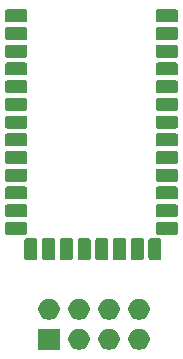
<source format=gbr>
G04 #@! TF.GenerationSoftware,KiCad,Pcbnew,(5.1.5)-3*
G04 #@! TF.CreationDate,2021-06-10T12:01:20+03:00*
G04 #@! TF.ProjectId,CNC3018Bluetooth,434e4333-3031-4384-926c-7565746f6f74,rev?*
G04 #@! TF.SameCoordinates,Original*
G04 #@! TF.FileFunction,Soldermask,Top*
G04 #@! TF.FilePolarity,Negative*
%FSLAX46Y46*%
G04 Gerber Fmt 4.6, Leading zero omitted, Abs format (unit mm)*
G04 Created by KiCad (PCBNEW (5.1.5)-3) date 2021-06-10 12:01:20*
%MOMM*%
%LPD*%
G04 APERTURE LIST*
%ADD10C,0.100000*%
G04 APERTURE END LIST*
D10*
G36*
X133743000Y-126758000D02*
G01*
X131941000Y-126758000D01*
X131941000Y-124956000D01*
X133743000Y-124956000D01*
X133743000Y-126758000D01*
G37*
G36*
X138035512Y-124960927D02*
G01*
X138184812Y-124990624D01*
X138348784Y-125058544D01*
X138496354Y-125157147D01*
X138621853Y-125282646D01*
X138720456Y-125430216D01*
X138788376Y-125594188D01*
X138823000Y-125768259D01*
X138823000Y-125945741D01*
X138788376Y-126119812D01*
X138720456Y-126283784D01*
X138621853Y-126431354D01*
X138496354Y-126556853D01*
X138348784Y-126655456D01*
X138184812Y-126723376D01*
X138035512Y-126753073D01*
X138010742Y-126758000D01*
X137833258Y-126758000D01*
X137808488Y-126753073D01*
X137659188Y-126723376D01*
X137495216Y-126655456D01*
X137347646Y-126556853D01*
X137222147Y-126431354D01*
X137123544Y-126283784D01*
X137055624Y-126119812D01*
X137021000Y-125945741D01*
X137021000Y-125768259D01*
X137055624Y-125594188D01*
X137123544Y-125430216D01*
X137222147Y-125282646D01*
X137347646Y-125157147D01*
X137495216Y-125058544D01*
X137659188Y-124990624D01*
X137808488Y-124960927D01*
X137833258Y-124956000D01*
X138010742Y-124956000D01*
X138035512Y-124960927D01*
G37*
G36*
X140575512Y-124960927D02*
G01*
X140724812Y-124990624D01*
X140888784Y-125058544D01*
X141036354Y-125157147D01*
X141161853Y-125282646D01*
X141260456Y-125430216D01*
X141328376Y-125594188D01*
X141363000Y-125768259D01*
X141363000Y-125945741D01*
X141328376Y-126119812D01*
X141260456Y-126283784D01*
X141161853Y-126431354D01*
X141036354Y-126556853D01*
X140888784Y-126655456D01*
X140724812Y-126723376D01*
X140575512Y-126753073D01*
X140550742Y-126758000D01*
X140373258Y-126758000D01*
X140348488Y-126753073D01*
X140199188Y-126723376D01*
X140035216Y-126655456D01*
X139887646Y-126556853D01*
X139762147Y-126431354D01*
X139663544Y-126283784D01*
X139595624Y-126119812D01*
X139561000Y-125945741D01*
X139561000Y-125768259D01*
X139595624Y-125594188D01*
X139663544Y-125430216D01*
X139762147Y-125282646D01*
X139887646Y-125157147D01*
X140035216Y-125058544D01*
X140199188Y-124990624D01*
X140348488Y-124960927D01*
X140373258Y-124956000D01*
X140550742Y-124956000D01*
X140575512Y-124960927D01*
G37*
G36*
X135495512Y-124960927D02*
G01*
X135644812Y-124990624D01*
X135808784Y-125058544D01*
X135956354Y-125157147D01*
X136081853Y-125282646D01*
X136180456Y-125430216D01*
X136248376Y-125594188D01*
X136283000Y-125768259D01*
X136283000Y-125945741D01*
X136248376Y-126119812D01*
X136180456Y-126283784D01*
X136081853Y-126431354D01*
X135956354Y-126556853D01*
X135808784Y-126655456D01*
X135644812Y-126723376D01*
X135495512Y-126753073D01*
X135470742Y-126758000D01*
X135293258Y-126758000D01*
X135268488Y-126753073D01*
X135119188Y-126723376D01*
X134955216Y-126655456D01*
X134807646Y-126556853D01*
X134682147Y-126431354D01*
X134583544Y-126283784D01*
X134515624Y-126119812D01*
X134481000Y-125945741D01*
X134481000Y-125768259D01*
X134515624Y-125594188D01*
X134583544Y-125430216D01*
X134682147Y-125282646D01*
X134807646Y-125157147D01*
X134955216Y-125058544D01*
X135119188Y-124990624D01*
X135268488Y-124960927D01*
X135293258Y-124956000D01*
X135470742Y-124956000D01*
X135495512Y-124960927D01*
G37*
G36*
X135495512Y-122420927D02*
G01*
X135644812Y-122450624D01*
X135808784Y-122518544D01*
X135956354Y-122617147D01*
X136081853Y-122742646D01*
X136180456Y-122890216D01*
X136248376Y-123054188D01*
X136283000Y-123228259D01*
X136283000Y-123405741D01*
X136248376Y-123579812D01*
X136180456Y-123743784D01*
X136081853Y-123891354D01*
X135956354Y-124016853D01*
X135808784Y-124115456D01*
X135644812Y-124183376D01*
X135495512Y-124213073D01*
X135470742Y-124218000D01*
X135293258Y-124218000D01*
X135268488Y-124213073D01*
X135119188Y-124183376D01*
X134955216Y-124115456D01*
X134807646Y-124016853D01*
X134682147Y-123891354D01*
X134583544Y-123743784D01*
X134515624Y-123579812D01*
X134481000Y-123405741D01*
X134481000Y-123228259D01*
X134515624Y-123054188D01*
X134583544Y-122890216D01*
X134682147Y-122742646D01*
X134807646Y-122617147D01*
X134955216Y-122518544D01*
X135119188Y-122450624D01*
X135268488Y-122420927D01*
X135293258Y-122416000D01*
X135470742Y-122416000D01*
X135495512Y-122420927D01*
G37*
G36*
X132955512Y-122420927D02*
G01*
X133104812Y-122450624D01*
X133268784Y-122518544D01*
X133416354Y-122617147D01*
X133541853Y-122742646D01*
X133640456Y-122890216D01*
X133708376Y-123054188D01*
X133743000Y-123228259D01*
X133743000Y-123405741D01*
X133708376Y-123579812D01*
X133640456Y-123743784D01*
X133541853Y-123891354D01*
X133416354Y-124016853D01*
X133268784Y-124115456D01*
X133104812Y-124183376D01*
X132955512Y-124213073D01*
X132930742Y-124218000D01*
X132753258Y-124218000D01*
X132728488Y-124213073D01*
X132579188Y-124183376D01*
X132415216Y-124115456D01*
X132267646Y-124016853D01*
X132142147Y-123891354D01*
X132043544Y-123743784D01*
X131975624Y-123579812D01*
X131941000Y-123405741D01*
X131941000Y-123228259D01*
X131975624Y-123054188D01*
X132043544Y-122890216D01*
X132142147Y-122742646D01*
X132267646Y-122617147D01*
X132415216Y-122518544D01*
X132579188Y-122450624D01*
X132728488Y-122420927D01*
X132753258Y-122416000D01*
X132930742Y-122416000D01*
X132955512Y-122420927D01*
G37*
G36*
X138035512Y-122420927D02*
G01*
X138184812Y-122450624D01*
X138348784Y-122518544D01*
X138496354Y-122617147D01*
X138621853Y-122742646D01*
X138720456Y-122890216D01*
X138788376Y-123054188D01*
X138823000Y-123228259D01*
X138823000Y-123405741D01*
X138788376Y-123579812D01*
X138720456Y-123743784D01*
X138621853Y-123891354D01*
X138496354Y-124016853D01*
X138348784Y-124115456D01*
X138184812Y-124183376D01*
X138035512Y-124213073D01*
X138010742Y-124218000D01*
X137833258Y-124218000D01*
X137808488Y-124213073D01*
X137659188Y-124183376D01*
X137495216Y-124115456D01*
X137347646Y-124016853D01*
X137222147Y-123891354D01*
X137123544Y-123743784D01*
X137055624Y-123579812D01*
X137021000Y-123405741D01*
X137021000Y-123228259D01*
X137055624Y-123054188D01*
X137123544Y-122890216D01*
X137222147Y-122742646D01*
X137347646Y-122617147D01*
X137495216Y-122518544D01*
X137659188Y-122450624D01*
X137808488Y-122420927D01*
X137833258Y-122416000D01*
X138010742Y-122416000D01*
X138035512Y-122420927D01*
G37*
G36*
X140575512Y-122420927D02*
G01*
X140724812Y-122450624D01*
X140888784Y-122518544D01*
X141036354Y-122617147D01*
X141161853Y-122742646D01*
X141260456Y-122890216D01*
X141328376Y-123054188D01*
X141363000Y-123228259D01*
X141363000Y-123405741D01*
X141328376Y-123579812D01*
X141260456Y-123743784D01*
X141161853Y-123891354D01*
X141036354Y-124016853D01*
X140888784Y-124115456D01*
X140724812Y-124183376D01*
X140575512Y-124213073D01*
X140550742Y-124218000D01*
X140373258Y-124218000D01*
X140348488Y-124213073D01*
X140199188Y-124183376D01*
X140035216Y-124115456D01*
X139887646Y-124016853D01*
X139762147Y-123891354D01*
X139663544Y-123743784D01*
X139595624Y-123579812D01*
X139561000Y-123405741D01*
X139561000Y-123228259D01*
X139595624Y-123054188D01*
X139663544Y-122890216D01*
X139762147Y-122742646D01*
X139887646Y-122617147D01*
X140035216Y-122518544D01*
X140199188Y-122450624D01*
X140348488Y-122420927D01*
X140373258Y-122416000D01*
X140550742Y-122416000D01*
X140575512Y-122420927D01*
G37*
G36*
X137688434Y-117276687D02*
G01*
X137728284Y-117288775D01*
X137764999Y-117308400D01*
X137797186Y-117334815D01*
X137823601Y-117367002D01*
X137843226Y-117403717D01*
X137855314Y-117443567D01*
X137860000Y-117491142D01*
X137860000Y-118954860D01*
X137855314Y-119002435D01*
X137843226Y-119042285D01*
X137823601Y-119079000D01*
X137797186Y-119111187D01*
X137764999Y-119137602D01*
X137728284Y-119157227D01*
X137688434Y-119169315D01*
X137640859Y-119174001D01*
X136977141Y-119174001D01*
X136929566Y-119169315D01*
X136889716Y-119157227D01*
X136853001Y-119137602D01*
X136820814Y-119111187D01*
X136794399Y-119079000D01*
X136774774Y-119042285D01*
X136762686Y-119002435D01*
X136758000Y-118954860D01*
X136758000Y-117491142D01*
X136762686Y-117443567D01*
X136774774Y-117403717D01*
X136794399Y-117367002D01*
X136820814Y-117334815D01*
X136853001Y-117308400D01*
X136889716Y-117288775D01*
X136929566Y-117276687D01*
X136977141Y-117272001D01*
X137640859Y-117272001D01*
X137688434Y-117276687D01*
G37*
G36*
X133188434Y-117276687D02*
G01*
X133228284Y-117288775D01*
X133264999Y-117308400D01*
X133297186Y-117334815D01*
X133323601Y-117367002D01*
X133343226Y-117403717D01*
X133355314Y-117443567D01*
X133360000Y-117491142D01*
X133360000Y-118954860D01*
X133355314Y-119002435D01*
X133343226Y-119042285D01*
X133323601Y-119079000D01*
X133297186Y-119111187D01*
X133264999Y-119137602D01*
X133228284Y-119157227D01*
X133188434Y-119169315D01*
X133140859Y-119174001D01*
X132477141Y-119174001D01*
X132429566Y-119169315D01*
X132389716Y-119157227D01*
X132353001Y-119137602D01*
X132320814Y-119111187D01*
X132294399Y-119079000D01*
X132274774Y-119042285D01*
X132262686Y-119002435D01*
X132258000Y-118954860D01*
X132258000Y-117491142D01*
X132262686Y-117443567D01*
X132274774Y-117403717D01*
X132294399Y-117367002D01*
X132320814Y-117334815D01*
X132353001Y-117308400D01*
X132389716Y-117288775D01*
X132429566Y-117276687D01*
X132477141Y-117272001D01*
X133140859Y-117272001D01*
X133188434Y-117276687D01*
G37*
G36*
X134688434Y-117276687D02*
G01*
X134728284Y-117288775D01*
X134764999Y-117308400D01*
X134797186Y-117334815D01*
X134823601Y-117367002D01*
X134843226Y-117403717D01*
X134855314Y-117443567D01*
X134860000Y-117491142D01*
X134860000Y-118954860D01*
X134855314Y-119002435D01*
X134843226Y-119042285D01*
X134823601Y-119079000D01*
X134797186Y-119111187D01*
X134764999Y-119137602D01*
X134728284Y-119157227D01*
X134688434Y-119169315D01*
X134640859Y-119174001D01*
X133977141Y-119174001D01*
X133929566Y-119169315D01*
X133889716Y-119157227D01*
X133853001Y-119137602D01*
X133820814Y-119111187D01*
X133794399Y-119079000D01*
X133774774Y-119042285D01*
X133762686Y-119002435D01*
X133758000Y-118954860D01*
X133758000Y-117491142D01*
X133762686Y-117443567D01*
X133774774Y-117403717D01*
X133794399Y-117367002D01*
X133820814Y-117334815D01*
X133853001Y-117308400D01*
X133889716Y-117288775D01*
X133929566Y-117276687D01*
X133977141Y-117272001D01*
X134640859Y-117272001D01*
X134688434Y-117276687D01*
G37*
G36*
X136188434Y-117276687D02*
G01*
X136228284Y-117288775D01*
X136264999Y-117308400D01*
X136297186Y-117334815D01*
X136323601Y-117367002D01*
X136343226Y-117403717D01*
X136355314Y-117443567D01*
X136360000Y-117491142D01*
X136360000Y-118954860D01*
X136355314Y-119002435D01*
X136343226Y-119042285D01*
X136323601Y-119079000D01*
X136297186Y-119111187D01*
X136264999Y-119137602D01*
X136228284Y-119157227D01*
X136188434Y-119169315D01*
X136140859Y-119174001D01*
X135477141Y-119174001D01*
X135429566Y-119169315D01*
X135389716Y-119157227D01*
X135353001Y-119137602D01*
X135320814Y-119111187D01*
X135294399Y-119079000D01*
X135274774Y-119042285D01*
X135262686Y-119002435D01*
X135258000Y-118954860D01*
X135258000Y-117491142D01*
X135262686Y-117443567D01*
X135274774Y-117403717D01*
X135294399Y-117367002D01*
X135320814Y-117334815D01*
X135353001Y-117308400D01*
X135389716Y-117288775D01*
X135429566Y-117276687D01*
X135477141Y-117272001D01*
X136140859Y-117272001D01*
X136188434Y-117276687D01*
G37*
G36*
X139188434Y-117276687D02*
G01*
X139228284Y-117288775D01*
X139264999Y-117308400D01*
X139297186Y-117334815D01*
X139323601Y-117367002D01*
X139343226Y-117403717D01*
X139355314Y-117443567D01*
X139360000Y-117491142D01*
X139360000Y-118954860D01*
X139355314Y-119002435D01*
X139343226Y-119042285D01*
X139323601Y-119079000D01*
X139297186Y-119111187D01*
X139264999Y-119137602D01*
X139228284Y-119157227D01*
X139188434Y-119169315D01*
X139140859Y-119174001D01*
X138477141Y-119174001D01*
X138429566Y-119169315D01*
X138389716Y-119157227D01*
X138353001Y-119137602D01*
X138320814Y-119111187D01*
X138294399Y-119079000D01*
X138274774Y-119042285D01*
X138262686Y-119002435D01*
X138258000Y-118954860D01*
X138258000Y-117491142D01*
X138262686Y-117443567D01*
X138274774Y-117403717D01*
X138294399Y-117367002D01*
X138320814Y-117334815D01*
X138353001Y-117308400D01*
X138389716Y-117288775D01*
X138429566Y-117276687D01*
X138477141Y-117272001D01*
X139140859Y-117272001D01*
X139188434Y-117276687D01*
G37*
G36*
X140688434Y-117276687D02*
G01*
X140728284Y-117288775D01*
X140764999Y-117308400D01*
X140797186Y-117334815D01*
X140823601Y-117367002D01*
X140843226Y-117403717D01*
X140855314Y-117443567D01*
X140860000Y-117491142D01*
X140860000Y-118954860D01*
X140855314Y-119002435D01*
X140843226Y-119042285D01*
X140823601Y-119079000D01*
X140797186Y-119111187D01*
X140764999Y-119137602D01*
X140728284Y-119157227D01*
X140688434Y-119169315D01*
X140640859Y-119174001D01*
X139977141Y-119174001D01*
X139929566Y-119169315D01*
X139889716Y-119157227D01*
X139853001Y-119137602D01*
X139820814Y-119111187D01*
X139794399Y-119079000D01*
X139774774Y-119042285D01*
X139762686Y-119002435D01*
X139758000Y-118954860D01*
X139758000Y-117491142D01*
X139762686Y-117443567D01*
X139774774Y-117403717D01*
X139794399Y-117367002D01*
X139820814Y-117334815D01*
X139853001Y-117308400D01*
X139889716Y-117288775D01*
X139929566Y-117276687D01*
X139977141Y-117272001D01*
X140640859Y-117272001D01*
X140688434Y-117276687D01*
G37*
G36*
X131688434Y-117276687D02*
G01*
X131728284Y-117288775D01*
X131764999Y-117308400D01*
X131797186Y-117334815D01*
X131823601Y-117367002D01*
X131843226Y-117403717D01*
X131855314Y-117443567D01*
X131860000Y-117491142D01*
X131860000Y-118954860D01*
X131855314Y-119002435D01*
X131843226Y-119042285D01*
X131823601Y-119079000D01*
X131797186Y-119111187D01*
X131764999Y-119137602D01*
X131728284Y-119157227D01*
X131688434Y-119169315D01*
X131640859Y-119174001D01*
X130977141Y-119174001D01*
X130929566Y-119169315D01*
X130889716Y-119157227D01*
X130853001Y-119137602D01*
X130820814Y-119111187D01*
X130794399Y-119079000D01*
X130774774Y-119042285D01*
X130762686Y-119002435D01*
X130758000Y-118954860D01*
X130758000Y-117491142D01*
X130762686Y-117443567D01*
X130774774Y-117403717D01*
X130794399Y-117367002D01*
X130820814Y-117334815D01*
X130853001Y-117308400D01*
X130889716Y-117288775D01*
X130929566Y-117276687D01*
X130977141Y-117272001D01*
X131640859Y-117272001D01*
X131688434Y-117276687D01*
G37*
G36*
X142119450Y-117264484D02*
G01*
X142155032Y-117273397D01*
X142188434Y-117276687D01*
X142228284Y-117288775D01*
X142264999Y-117308400D01*
X142297186Y-117334815D01*
X142323601Y-117367002D01*
X142343226Y-117403717D01*
X142355314Y-117443567D01*
X142360000Y-117491142D01*
X142360000Y-118954860D01*
X142355314Y-119002435D01*
X142343226Y-119042285D01*
X142323601Y-119079000D01*
X142297186Y-119111187D01*
X142264999Y-119137602D01*
X142228284Y-119157227D01*
X142188434Y-119169315D01*
X142140859Y-119174001D01*
X141477141Y-119174001D01*
X141429566Y-119169315D01*
X141389716Y-119157227D01*
X141353001Y-119137602D01*
X141320814Y-119111187D01*
X141294399Y-119079000D01*
X141274774Y-119042285D01*
X141262686Y-119002435D01*
X141258000Y-118954860D01*
X141258000Y-117491142D01*
X141262686Y-117443567D01*
X141274774Y-117403717D01*
X141294399Y-117367002D01*
X141320814Y-117334815D01*
X141353001Y-117308400D01*
X141389716Y-117288775D01*
X141429566Y-117276687D01*
X141477141Y-117272001D01*
X142050715Y-117272001D01*
X142075101Y-117269599D01*
X142098550Y-117262486D01*
X142107131Y-117257900D01*
X142119450Y-117264484D01*
G37*
G36*
X143588434Y-115926687D02*
G01*
X143628284Y-115938775D01*
X143664999Y-115958400D01*
X143697186Y-115984815D01*
X143723601Y-116017002D01*
X143743226Y-116053717D01*
X143755314Y-116093567D01*
X143760000Y-116141142D01*
X143760000Y-116804860D01*
X143755314Y-116852435D01*
X143743226Y-116892285D01*
X143723601Y-116929000D01*
X143697186Y-116961187D01*
X143664999Y-116987602D01*
X143628284Y-117007227D01*
X143588434Y-117019315D01*
X143540859Y-117024001D01*
X142167285Y-117024001D01*
X142142899Y-117026403D01*
X142119450Y-117033516D01*
X142110869Y-117038102D01*
X142098550Y-117031518D01*
X142062968Y-117022605D01*
X142029566Y-117019315D01*
X141989716Y-117007227D01*
X141953001Y-116987602D01*
X141920814Y-116961187D01*
X141894399Y-116929000D01*
X141874774Y-116892285D01*
X141862686Y-116852435D01*
X141858000Y-116804860D01*
X141858000Y-116141142D01*
X141862686Y-116093567D01*
X141874774Y-116053717D01*
X141894399Y-116017002D01*
X141920814Y-115984815D01*
X141953001Y-115958400D01*
X141989716Y-115938775D01*
X142029566Y-115926687D01*
X142077141Y-115922001D01*
X143540859Y-115922001D01*
X143588434Y-115926687D01*
G37*
G36*
X130838434Y-115926687D02*
G01*
X130878284Y-115938775D01*
X130914999Y-115958400D01*
X130947186Y-115984815D01*
X130973601Y-116017002D01*
X130993226Y-116053717D01*
X131005314Y-116093567D01*
X131010000Y-116141142D01*
X131010000Y-116804860D01*
X131005314Y-116852435D01*
X130993226Y-116892285D01*
X130973601Y-116929000D01*
X130947186Y-116961187D01*
X130914999Y-116987602D01*
X130878284Y-117007227D01*
X130838434Y-117019315D01*
X130790859Y-117024001D01*
X129327141Y-117024001D01*
X129279566Y-117019315D01*
X129239716Y-117007227D01*
X129203001Y-116987602D01*
X129170814Y-116961187D01*
X129144399Y-116929000D01*
X129124774Y-116892285D01*
X129112686Y-116852435D01*
X129108000Y-116804860D01*
X129108000Y-116141142D01*
X129112686Y-116093567D01*
X129124774Y-116053717D01*
X129144399Y-116017002D01*
X129170814Y-115984815D01*
X129203001Y-115958400D01*
X129239716Y-115938775D01*
X129279566Y-115926687D01*
X129327141Y-115922001D01*
X130790859Y-115922001D01*
X130838434Y-115926687D01*
G37*
G36*
X143588434Y-114426687D02*
G01*
X143628284Y-114438775D01*
X143664999Y-114458400D01*
X143697186Y-114484815D01*
X143723601Y-114517002D01*
X143743226Y-114553717D01*
X143755314Y-114593567D01*
X143760000Y-114641142D01*
X143760000Y-115304860D01*
X143755314Y-115352435D01*
X143743226Y-115392285D01*
X143723601Y-115429000D01*
X143697186Y-115461187D01*
X143664999Y-115487602D01*
X143628284Y-115507227D01*
X143588434Y-115519315D01*
X143540859Y-115524001D01*
X142077141Y-115524001D01*
X142029566Y-115519315D01*
X141989716Y-115507227D01*
X141953001Y-115487602D01*
X141920814Y-115461187D01*
X141894399Y-115429000D01*
X141874774Y-115392285D01*
X141862686Y-115352435D01*
X141858000Y-115304860D01*
X141858000Y-114641142D01*
X141862686Y-114593567D01*
X141874774Y-114553717D01*
X141894399Y-114517002D01*
X141920814Y-114484815D01*
X141953001Y-114458400D01*
X141989716Y-114438775D01*
X142029566Y-114426687D01*
X142077141Y-114422001D01*
X143540859Y-114422001D01*
X143588434Y-114426687D01*
G37*
G36*
X130838434Y-114426687D02*
G01*
X130878284Y-114438775D01*
X130914999Y-114458400D01*
X130947186Y-114484815D01*
X130973601Y-114517002D01*
X130993226Y-114553717D01*
X131005314Y-114593567D01*
X131010000Y-114641142D01*
X131010000Y-115304860D01*
X131005314Y-115352435D01*
X130993226Y-115392285D01*
X130973601Y-115429000D01*
X130947186Y-115461187D01*
X130914999Y-115487602D01*
X130878284Y-115507227D01*
X130838434Y-115519315D01*
X130790859Y-115524001D01*
X129327141Y-115524001D01*
X129279566Y-115519315D01*
X129239716Y-115507227D01*
X129203001Y-115487602D01*
X129170814Y-115461187D01*
X129144399Y-115429000D01*
X129124774Y-115392285D01*
X129112686Y-115352435D01*
X129108000Y-115304860D01*
X129108000Y-114641142D01*
X129112686Y-114593567D01*
X129124774Y-114553717D01*
X129144399Y-114517002D01*
X129170814Y-114484815D01*
X129203001Y-114458400D01*
X129239716Y-114438775D01*
X129279566Y-114426687D01*
X129327141Y-114422001D01*
X130790859Y-114422001D01*
X130838434Y-114426687D01*
G37*
G36*
X143588434Y-112926687D02*
G01*
X143628284Y-112938775D01*
X143664999Y-112958400D01*
X143697186Y-112984815D01*
X143723601Y-113017002D01*
X143743226Y-113053717D01*
X143755314Y-113093567D01*
X143760000Y-113141142D01*
X143760000Y-113804860D01*
X143755314Y-113852435D01*
X143743226Y-113892285D01*
X143723601Y-113929000D01*
X143697186Y-113961187D01*
X143664999Y-113987602D01*
X143628284Y-114007227D01*
X143588434Y-114019315D01*
X143540859Y-114024001D01*
X142077141Y-114024001D01*
X142029566Y-114019315D01*
X141989716Y-114007227D01*
X141953001Y-113987602D01*
X141920814Y-113961187D01*
X141894399Y-113929000D01*
X141874774Y-113892285D01*
X141862686Y-113852435D01*
X141858000Y-113804860D01*
X141858000Y-113141142D01*
X141862686Y-113093567D01*
X141874774Y-113053717D01*
X141894399Y-113017002D01*
X141920814Y-112984815D01*
X141953001Y-112958400D01*
X141989716Y-112938775D01*
X142029566Y-112926687D01*
X142077141Y-112922001D01*
X143540859Y-112922001D01*
X143588434Y-112926687D01*
G37*
G36*
X130838434Y-112926687D02*
G01*
X130878284Y-112938775D01*
X130914999Y-112958400D01*
X130947186Y-112984815D01*
X130973601Y-113017002D01*
X130993226Y-113053717D01*
X131005314Y-113093567D01*
X131010000Y-113141142D01*
X131010000Y-113804860D01*
X131005314Y-113852435D01*
X130993226Y-113892285D01*
X130973601Y-113929000D01*
X130947186Y-113961187D01*
X130914999Y-113987602D01*
X130878284Y-114007227D01*
X130838434Y-114019315D01*
X130790859Y-114024001D01*
X129327141Y-114024001D01*
X129279566Y-114019315D01*
X129239716Y-114007227D01*
X129203001Y-113987602D01*
X129170814Y-113961187D01*
X129144399Y-113929000D01*
X129124774Y-113892285D01*
X129112686Y-113852435D01*
X129108000Y-113804860D01*
X129108000Y-113141142D01*
X129112686Y-113093567D01*
X129124774Y-113053717D01*
X129144399Y-113017002D01*
X129170814Y-112984815D01*
X129203001Y-112958400D01*
X129239716Y-112938775D01*
X129279566Y-112926687D01*
X129327141Y-112922001D01*
X130790859Y-112922001D01*
X130838434Y-112926687D01*
G37*
G36*
X130838434Y-111426687D02*
G01*
X130878284Y-111438775D01*
X130914999Y-111458400D01*
X130947186Y-111484815D01*
X130973601Y-111517002D01*
X130993226Y-111553717D01*
X131005314Y-111593567D01*
X131010000Y-111641142D01*
X131010000Y-112304860D01*
X131005314Y-112352435D01*
X130993226Y-112392285D01*
X130973601Y-112429000D01*
X130947186Y-112461187D01*
X130914999Y-112487602D01*
X130878284Y-112507227D01*
X130838434Y-112519315D01*
X130790859Y-112524001D01*
X129327141Y-112524001D01*
X129279566Y-112519315D01*
X129239716Y-112507227D01*
X129203001Y-112487602D01*
X129170814Y-112461187D01*
X129144399Y-112429000D01*
X129124774Y-112392285D01*
X129112686Y-112352435D01*
X129108000Y-112304860D01*
X129108000Y-111641142D01*
X129112686Y-111593567D01*
X129124774Y-111553717D01*
X129144399Y-111517002D01*
X129170814Y-111484815D01*
X129203001Y-111458400D01*
X129239716Y-111438775D01*
X129279566Y-111426687D01*
X129327141Y-111422001D01*
X130790859Y-111422001D01*
X130838434Y-111426687D01*
G37*
G36*
X143588434Y-111426687D02*
G01*
X143628284Y-111438775D01*
X143664999Y-111458400D01*
X143697186Y-111484815D01*
X143723601Y-111517002D01*
X143743226Y-111553717D01*
X143755314Y-111593567D01*
X143760000Y-111641142D01*
X143760000Y-112304860D01*
X143755314Y-112352435D01*
X143743226Y-112392285D01*
X143723601Y-112429000D01*
X143697186Y-112461187D01*
X143664999Y-112487602D01*
X143628284Y-112507227D01*
X143588434Y-112519315D01*
X143540859Y-112524001D01*
X142077141Y-112524001D01*
X142029566Y-112519315D01*
X141989716Y-112507227D01*
X141953001Y-112487602D01*
X141920814Y-112461187D01*
X141894399Y-112429000D01*
X141874774Y-112392285D01*
X141862686Y-112352435D01*
X141858000Y-112304860D01*
X141858000Y-111641142D01*
X141862686Y-111593567D01*
X141874774Y-111553717D01*
X141894399Y-111517002D01*
X141920814Y-111484815D01*
X141953001Y-111458400D01*
X141989716Y-111438775D01*
X142029566Y-111426687D01*
X142077141Y-111422001D01*
X143540859Y-111422001D01*
X143588434Y-111426687D01*
G37*
G36*
X130838434Y-109926687D02*
G01*
X130878284Y-109938775D01*
X130914999Y-109958400D01*
X130947186Y-109984815D01*
X130973601Y-110017002D01*
X130993226Y-110053717D01*
X131005314Y-110093567D01*
X131010000Y-110141142D01*
X131010000Y-110804860D01*
X131005314Y-110852435D01*
X130993226Y-110892285D01*
X130973601Y-110929000D01*
X130947186Y-110961187D01*
X130914999Y-110987602D01*
X130878284Y-111007227D01*
X130838434Y-111019315D01*
X130790859Y-111024001D01*
X129327141Y-111024001D01*
X129279566Y-111019315D01*
X129239716Y-111007227D01*
X129203001Y-110987602D01*
X129170814Y-110961187D01*
X129144399Y-110929000D01*
X129124774Y-110892285D01*
X129112686Y-110852435D01*
X129108000Y-110804860D01*
X129108000Y-110141142D01*
X129112686Y-110093567D01*
X129124774Y-110053717D01*
X129144399Y-110017002D01*
X129170814Y-109984815D01*
X129203001Y-109958400D01*
X129239716Y-109938775D01*
X129279566Y-109926687D01*
X129327141Y-109922001D01*
X130790859Y-109922001D01*
X130838434Y-109926687D01*
G37*
G36*
X143588434Y-109926687D02*
G01*
X143628284Y-109938775D01*
X143664999Y-109958400D01*
X143697186Y-109984815D01*
X143723601Y-110017002D01*
X143743226Y-110053717D01*
X143755314Y-110093567D01*
X143760000Y-110141142D01*
X143760000Y-110804860D01*
X143755314Y-110852435D01*
X143743226Y-110892285D01*
X143723601Y-110929000D01*
X143697186Y-110961187D01*
X143664999Y-110987602D01*
X143628284Y-111007227D01*
X143588434Y-111019315D01*
X143540859Y-111024001D01*
X142077141Y-111024001D01*
X142029566Y-111019315D01*
X141989716Y-111007227D01*
X141953001Y-110987602D01*
X141920814Y-110961187D01*
X141894399Y-110929000D01*
X141874774Y-110892285D01*
X141862686Y-110852435D01*
X141858000Y-110804860D01*
X141858000Y-110141142D01*
X141862686Y-110093567D01*
X141874774Y-110053717D01*
X141894399Y-110017002D01*
X141920814Y-109984815D01*
X141953001Y-109958400D01*
X141989716Y-109938775D01*
X142029566Y-109926687D01*
X142077141Y-109922001D01*
X143540859Y-109922001D01*
X143588434Y-109926687D01*
G37*
G36*
X130838434Y-108426687D02*
G01*
X130878284Y-108438775D01*
X130914999Y-108458400D01*
X130947186Y-108484815D01*
X130973601Y-108517002D01*
X130993226Y-108553717D01*
X131005314Y-108593567D01*
X131010000Y-108641142D01*
X131010000Y-109304860D01*
X131005314Y-109352435D01*
X130993226Y-109392285D01*
X130973601Y-109429000D01*
X130947186Y-109461187D01*
X130914999Y-109487602D01*
X130878284Y-109507227D01*
X130838434Y-109519315D01*
X130790859Y-109524001D01*
X129327141Y-109524001D01*
X129279566Y-109519315D01*
X129239716Y-109507227D01*
X129203001Y-109487602D01*
X129170814Y-109461187D01*
X129144399Y-109429000D01*
X129124774Y-109392285D01*
X129112686Y-109352435D01*
X129108000Y-109304860D01*
X129108000Y-108641142D01*
X129112686Y-108593567D01*
X129124774Y-108553717D01*
X129144399Y-108517002D01*
X129170814Y-108484815D01*
X129203001Y-108458400D01*
X129239716Y-108438775D01*
X129279566Y-108426687D01*
X129327141Y-108422001D01*
X130790859Y-108422001D01*
X130838434Y-108426687D01*
G37*
G36*
X143588434Y-108426687D02*
G01*
X143628284Y-108438775D01*
X143664999Y-108458400D01*
X143697186Y-108484815D01*
X143723601Y-108517002D01*
X143743226Y-108553717D01*
X143755314Y-108593567D01*
X143760000Y-108641142D01*
X143760000Y-109304860D01*
X143755314Y-109352435D01*
X143743226Y-109392285D01*
X143723601Y-109429000D01*
X143697186Y-109461187D01*
X143664999Y-109487602D01*
X143628284Y-109507227D01*
X143588434Y-109519315D01*
X143540859Y-109524001D01*
X142077141Y-109524001D01*
X142029566Y-109519315D01*
X141989716Y-109507227D01*
X141953001Y-109487602D01*
X141920814Y-109461187D01*
X141894399Y-109429000D01*
X141874774Y-109392285D01*
X141862686Y-109352435D01*
X141858000Y-109304860D01*
X141858000Y-108641142D01*
X141862686Y-108593567D01*
X141874774Y-108553717D01*
X141894399Y-108517002D01*
X141920814Y-108484815D01*
X141953001Y-108458400D01*
X141989716Y-108438775D01*
X142029566Y-108426687D01*
X142077141Y-108422001D01*
X143540859Y-108422001D01*
X143588434Y-108426687D01*
G37*
G36*
X143588434Y-106926687D02*
G01*
X143628284Y-106938775D01*
X143664999Y-106958400D01*
X143697186Y-106984815D01*
X143723601Y-107017002D01*
X143743226Y-107053717D01*
X143755314Y-107093567D01*
X143760000Y-107141142D01*
X143760000Y-107804860D01*
X143755314Y-107852435D01*
X143743226Y-107892285D01*
X143723601Y-107929000D01*
X143697186Y-107961187D01*
X143664999Y-107987602D01*
X143628284Y-108007227D01*
X143588434Y-108019315D01*
X143540859Y-108024001D01*
X142077141Y-108024001D01*
X142029566Y-108019315D01*
X141989716Y-108007227D01*
X141953001Y-107987602D01*
X141920814Y-107961187D01*
X141894399Y-107929000D01*
X141874774Y-107892285D01*
X141862686Y-107852435D01*
X141858000Y-107804860D01*
X141858000Y-107141142D01*
X141862686Y-107093567D01*
X141874774Y-107053717D01*
X141894399Y-107017002D01*
X141920814Y-106984815D01*
X141953001Y-106958400D01*
X141989716Y-106938775D01*
X142029566Y-106926687D01*
X142077141Y-106922001D01*
X143540859Y-106922001D01*
X143588434Y-106926687D01*
G37*
G36*
X130838434Y-106926687D02*
G01*
X130878284Y-106938775D01*
X130914999Y-106958400D01*
X130947186Y-106984815D01*
X130973601Y-107017002D01*
X130993226Y-107053717D01*
X131005314Y-107093567D01*
X131010000Y-107141142D01*
X131010000Y-107804860D01*
X131005314Y-107852435D01*
X130993226Y-107892285D01*
X130973601Y-107929000D01*
X130947186Y-107961187D01*
X130914999Y-107987602D01*
X130878284Y-108007227D01*
X130838434Y-108019315D01*
X130790859Y-108024001D01*
X129327141Y-108024001D01*
X129279566Y-108019315D01*
X129239716Y-108007227D01*
X129203001Y-107987602D01*
X129170814Y-107961187D01*
X129144399Y-107929000D01*
X129124774Y-107892285D01*
X129112686Y-107852435D01*
X129108000Y-107804860D01*
X129108000Y-107141142D01*
X129112686Y-107093567D01*
X129124774Y-107053717D01*
X129144399Y-107017002D01*
X129170814Y-106984815D01*
X129203001Y-106958400D01*
X129239716Y-106938775D01*
X129279566Y-106926687D01*
X129327141Y-106922001D01*
X130790859Y-106922001D01*
X130838434Y-106926687D01*
G37*
G36*
X130838434Y-105426687D02*
G01*
X130878284Y-105438775D01*
X130914999Y-105458400D01*
X130947186Y-105484815D01*
X130973601Y-105517002D01*
X130993226Y-105553717D01*
X131005314Y-105593567D01*
X131010000Y-105641142D01*
X131010000Y-106304860D01*
X131005314Y-106352435D01*
X130993226Y-106392285D01*
X130973601Y-106429000D01*
X130947186Y-106461187D01*
X130914999Y-106487602D01*
X130878284Y-106507227D01*
X130838434Y-106519315D01*
X130790859Y-106524001D01*
X129327141Y-106524001D01*
X129279566Y-106519315D01*
X129239716Y-106507227D01*
X129203001Y-106487602D01*
X129170814Y-106461187D01*
X129144399Y-106429000D01*
X129124774Y-106392285D01*
X129112686Y-106352435D01*
X129108000Y-106304860D01*
X129108000Y-105641142D01*
X129112686Y-105593567D01*
X129124774Y-105553717D01*
X129144399Y-105517002D01*
X129170814Y-105484815D01*
X129203001Y-105458400D01*
X129239716Y-105438775D01*
X129279566Y-105426687D01*
X129327141Y-105422001D01*
X130790859Y-105422001D01*
X130838434Y-105426687D01*
G37*
G36*
X143588434Y-105426687D02*
G01*
X143628284Y-105438775D01*
X143664999Y-105458400D01*
X143697186Y-105484815D01*
X143723601Y-105517002D01*
X143743226Y-105553717D01*
X143755314Y-105593567D01*
X143760000Y-105641142D01*
X143760000Y-106304860D01*
X143755314Y-106352435D01*
X143743226Y-106392285D01*
X143723601Y-106429000D01*
X143697186Y-106461187D01*
X143664999Y-106487602D01*
X143628284Y-106507227D01*
X143588434Y-106519315D01*
X143540859Y-106524001D01*
X142077141Y-106524001D01*
X142029566Y-106519315D01*
X141989716Y-106507227D01*
X141953001Y-106487602D01*
X141920814Y-106461187D01*
X141894399Y-106429000D01*
X141874774Y-106392285D01*
X141862686Y-106352435D01*
X141858000Y-106304860D01*
X141858000Y-105641142D01*
X141862686Y-105593567D01*
X141874774Y-105553717D01*
X141894399Y-105517002D01*
X141920814Y-105484815D01*
X141953001Y-105458400D01*
X141989716Y-105438775D01*
X142029566Y-105426687D01*
X142077141Y-105422001D01*
X143540859Y-105422001D01*
X143588434Y-105426687D01*
G37*
G36*
X143588434Y-103926687D02*
G01*
X143628284Y-103938775D01*
X143664999Y-103958400D01*
X143697186Y-103984815D01*
X143723601Y-104017002D01*
X143743226Y-104053717D01*
X143755314Y-104093567D01*
X143760000Y-104141142D01*
X143760000Y-104804860D01*
X143755314Y-104852435D01*
X143743226Y-104892285D01*
X143723601Y-104929000D01*
X143697186Y-104961187D01*
X143664999Y-104987602D01*
X143628284Y-105007227D01*
X143588434Y-105019315D01*
X143540859Y-105024001D01*
X142077141Y-105024001D01*
X142029566Y-105019315D01*
X141989716Y-105007227D01*
X141953001Y-104987602D01*
X141920814Y-104961187D01*
X141894399Y-104929000D01*
X141874774Y-104892285D01*
X141862686Y-104852435D01*
X141858000Y-104804860D01*
X141858000Y-104141142D01*
X141862686Y-104093567D01*
X141874774Y-104053717D01*
X141894399Y-104017002D01*
X141920814Y-103984815D01*
X141953001Y-103958400D01*
X141989716Y-103938775D01*
X142029566Y-103926687D01*
X142077141Y-103922001D01*
X143540859Y-103922001D01*
X143588434Y-103926687D01*
G37*
G36*
X130838434Y-103926687D02*
G01*
X130878284Y-103938775D01*
X130914999Y-103958400D01*
X130947186Y-103984815D01*
X130973601Y-104017002D01*
X130993226Y-104053717D01*
X131005314Y-104093567D01*
X131010000Y-104141142D01*
X131010000Y-104804860D01*
X131005314Y-104852435D01*
X130993226Y-104892285D01*
X130973601Y-104929000D01*
X130947186Y-104961187D01*
X130914999Y-104987602D01*
X130878284Y-105007227D01*
X130838434Y-105019315D01*
X130790859Y-105024001D01*
X129327141Y-105024001D01*
X129279566Y-105019315D01*
X129239716Y-105007227D01*
X129203001Y-104987602D01*
X129170814Y-104961187D01*
X129144399Y-104929000D01*
X129124774Y-104892285D01*
X129112686Y-104852435D01*
X129108000Y-104804860D01*
X129108000Y-104141142D01*
X129112686Y-104093567D01*
X129124774Y-104053717D01*
X129144399Y-104017002D01*
X129170814Y-103984815D01*
X129203001Y-103958400D01*
X129239716Y-103938775D01*
X129279566Y-103926687D01*
X129327141Y-103922001D01*
X130790859Y-103922001D01*
X130838434Y-103926687D01*
G37*
G36*
X143588434Y-102426687D02*
G01*
X143628284Y-102438775D01*
X143664999Y-102458400D01*
X143697186Y-102484815D01*
X143723601Y-102517002D01*
X143743226Y-102553717D01*
X143755314Y-102593567D01*
X143760000Y-102641142D01*
X143760000Y-103304860D01*
X143755314Y-103352435D01*
X143743226Y-103392285D01*
X143723601Y-103429000D01*
X143697186Y-103461187D01*
X143664999Y-103487602D01*
X143628284Y-103507227D01*
X143588434Y-103519315D01*
X143540859Y-103524001D01*
X142077141Y-103524001D01*
X142029566Y-103519315D01*
X141989716Y-103507227D01*
X141953001Y-103487602D01*
X141920814Y-103461187D01*
X141894399Y-103429000D01*
X141874774Y-103392285D01*
X141862686Y-103352435D01*
X141858000Y-103304860D01*
X141858000Y-102641142D01*
X141862686Y-102593567D01*
X141874774Y-102553717D01*
X141894399Y-102517002D01*
X141920814Y-102484815D01*
X141953001Y-102458400D01*
X141989716Y-102438775D01*
X142029566Y-102426687D01*
X142077141Y-102422001D01*
X143540859Y-102422001D01*
X143588434Y-102426687D01*
G37*
G36*
X130838434Y-102426687D02*
G01*
X130878284Y-102438775D01*
X130914999Y-102458400D01*
X130947186Y-102484815D01*
X130973601Y-102517002D01*
X130993226Y-102553717D01*
X131005314Y-102593567D01*
X131010000Y-102641142D01*
X131010000Y-103304860D01*
X131005314Y-103352435D01*
X130993226Y-103392285D01*
X130973601Y-103429000D01*
X130947186Y-103461187D01*
X130914999Y-103487602D01*
X130878284Y-103507227D01*
X130838434Y-103519315D01*
X130790859Y-103524001D01*
X129327141Y-103524001D01*
X129279566Y-103519315D01*
X129239716Y-103507227D01*
X129203001Y-103487602D01*
X129170814Y-103461187D01*
X129144399Y-103429000D01*
X129124774Y-103392285D01*
X129112686Y-103352435D01*
X129108000Y-103304860D01*
X129108000Y-102641142D01*
X129112686Y-102593567D01*
X129124774Y-102553717D01*
X129144399Y-102517002D01*
X129170814Y-102484815D01*
X129203001Y-102458400D01*
X129239716Y-102438775D01*
X129279566Y-102426687D01*
X129327141Y-102422001D01*
X130790859Y-102422001D01*
X130838434Y-102426687D01*
G37*
G36*
X143588434Y-100926687D02*
G01*
X143628284Y-100938775D01*
X143664999Y-100958400D01*
X143697186Y-100984815D01*
X143723601Y-101017002D01*
X143743226Y-101053717D01*
X143755314Y-101093567D01*
X143760000Y-101141142D01*
X143760000Y-101804860D01*
X143755314Y-101852435D01*
X143743226Y-101892285D01*
X143723601Y-101929000D01*
X143697186Y-101961187D01*
X143664999Y-101987602D01*
X143628284Y-102007227D01*
X143588434Y-102019315D01*
X143540859Y-102024001D01*
X142077141Y-102024001D01*
X142029566Y-102019315D01*
X141989716Y-102007227D01*
X141953001Y-101987602D01*
X141920814Y-101961187D01*
X141894399Y-101929000D01*
X141874774Y-101892285D01*
X141862686Y-101852435D01*
X141858000Y-101804860D01*
X141858000Y-101141142D01*
X141862686Y-101093567D01*
X141874774Y-101053717D01*
X141894399Y-101017002D01*
X141920814Y-100984815D01*
X141953001Y-100958400D01*
X141989716Y-100938775D01*
X142029566Y-100926687D01*
X142077141Y-100922001D01*
X143540859Y-100922001D01*
X143588434Y-100926687D01*
G37*
G36*
X130838434Y-100926687D02*
G01*
X130878284Y-100938775D01*
X130914999Y-100958400D01*
X130947186Y-100984815D01*
X130973601Y-101017002D01*
X130993226Y-101053717D01*
X131005314Y-101093567D01*
X131010000Y-101141142D01*
X131010000Y-101804860D01*
X131005314Y-101852435D01*
X130993226Y-101892285D01*
X130973601Y-101929000D01*
X130947186Y-101961187D01*
X130914999Y-101987602D01*
X130878284Y-102007227D01*
X130838434Y-102019315D01*
X130790859Y-102024001D01*
X129327141Y-102024001D01*
X129279566Y-102019315D01*
X129239716Y-102007227D01*
X129203001Y-101987602D01*
X129170814Y-101961187D01*
X129144399Y-101929000D01*
X129124774Y-101892285D01*
X129112686Y-101852435D01*
X129108000Y-101804860D01*
X129108000Y-101141142D01*
X129112686Y-101093567D01*
X129124774Y-101053717D01*
X129144399Y-101017002D01*
X129170814Y-100984815D01*
X129203001Y-100958400D01*
X129239716Y-100938775D01*
X129279566Y-100926687D01*
X129327141Y-100922001D01*
X130790859Y-100922001D01*
X130838434Y-100926687D01*
G37*
G36*
X143588434Y-99426687D02*
G01*
X143628284Y-99438775D01*
X143664999Y-99458400D01*
X143697186Y-99484815D01*
X143723601Y-99517002D01*
X143743226Y-99553717D01*
X143755314Y-99593567D01*
X143760000Y-99641142D01*
X143760000Y-100304860D01*
X143755314Y-100352435D01*
X143743226Y-100392285D01*
X143723601Y-100429000D01*
X143697186Y-100461187D01*
X143664999Y-100487602D01*
X143628284Y-100507227D01*
X143588434Y-100519315D01*
X143540859Y-100524001D01*
X142077141Y-100524001D01*
X142029566Y-100519315D01*
X141989716Y-100507227D01*
X141953001Y-100487602D01*
X141920814Y-100461187D01*
X141894399Y-100429000D01*
X141874774Y-100392285D01*
X141862686Y-100352435D01*
X141858000Y-100304860D01*
X141858000Y-99641142D01*
X141862686Y-99593567D01*
X141874774Y-99553717D01*
X141894399Y-99517002D01*
X141920814Y-99484815D01*
X141953001Y-99458400D01*
X141989716Y-99438775D01*
X142029566Y-99426687D01*
X142077141Y-99422001D01*
X143540859Y-99422001D01*
X143588434Y-99426687D01*
G37*
G36*
X130838434Y-99426687D02*
G01*
X130878284Y-99438775D01*
X130914999Y-99458400D01*
X130947186Y-99484815D01*
X130973601Y-99517002D01*
X130993226Y-99553717D01*
X131005314Y-99593567D01*
X131010000Y-99641142D01*
X131010000Y-100304860D01*
X131005314Y-100352435D01*
X130993226Y-100392285D01*
X130973601Y-100429000D01*
X130947186Y-100461187D01*
X130914999Y-100487602D01*
X130878284Y-100507227D01*
X130838434Y-100519315D01*
X130790859Y-100524001D01*
X129327141Y-100524001D01*
X129279566Y-100519315D01*
X129239716Y-100507227D01*
X129203001Y-100487602D01*
X129170814Y-100461187D01*
X129144399Y-100429000D01*
X129124774Y-100392285D01*
X129112686Y-100352435D01*
X129108000Y-100304860D01*
X129108000Y-99641142D01*
X129112686Y-99593567D01*
X129124774Y-99553717D01*
X129144399Y-99517002D01*
X129170814Y-99484815D01*
X129203001Y-99458400D01*
X129239716Y-99438775D01*
X129279566Y-99426687D01*
X129327141Y-99422001D01*
X130790859Y-99422001D01*
X130838434Y-99426687D01*
G37*
G36*
X130838434Y-97926687D02*
G01*
X130878284Y-97938775D01*
X130914999Y-97958400D01*
X130947186Y-97984815D01*
X130973601Y-98017002D01*
X130993226Y-98053717D01*
X131005314Y-98093567D01*
X131010000Y-98141142D01*
X131010000Y-98804860D01*
X131005314Y-98852435D01*
X130993226Y-98892285D01*
X130973601Y-98929000D01*
X130947186Y-98961187D01*
X130914999Y-98987602D01*
X130878284Y-99007227D01*
X130838434Y-99019315D01*
X130790859Y-99024001D01*
X129327141Y-99024001D01*
X129279566Y-99019315D01*
X129239716Y-99007227D01*
X129203001Y-98987602D01*
X129170814Y-98961187D01*
X129144399Y-98929000D01*
X129124774Y-98892285D01*
X129112686Y-98852435D01*
X129108000Y-98804860D01*
X129108000Y-98141142D01*
X129112686Y-98093567D01*
X129124774Y-98053717D01*
X129144399Y-98017002D01*
X129170814Y-97984815D01*
X129203001Y-97958400D01*
X129239716Y-97938775D01*
X129279566Y-97926687D01*
X129327141Y-97922001D01*
X130790859Y-97922001D01*
X130838434Y-97926687D01*
G37*
G36*
X143588434Y-97926687D02*
G01*
X143628284Y-97938775D01*
X143664999Y-97958400D01*
X143697186Y-97984815D01*
X143723601Y-98017002D01*
X143743226Y-98053717D01*
X143755314Y-98093567D01*
X143760000Y-98141142D01*
X143760000Y-98804860D01*
X143755314Y-98852435D01*
X143743226Y-98892285D01*
X143723601Y-98929000D01*
X143697186Y-98961187D01*
X143664999Y-98987602D01*
X143628284Y-99007227D01*
X143588434Y-99019315D01*
X143540859Y-99024001D01*
X142077141Y-99024001D01*
X142029566Y-99019315D01*
X141989716Y-99007227D01*
X141953001Y-98987602D01*
X141920814Y-98961187D01*
X141894399Y-98929000D01*
X141874774Y-98892285D01*
X141862686Y-98852435D01*
X141858000Y-98804860D01*
X141858000Y-98141142D01*
X141862686Y-98093567D01*
X141874774Y-98053717D01*
X141894399Y-98017002D01*
X141920814Y-97984815D01*
X141953001Y-97958400D01*
X141989716Y-97938775D01*
X142029566Y-97926687D01*
X142077141Y-97922001D01*
X143540859Y-97922001D01*
X143588434Y-97926687D01*
G37*
M02*

</source>
